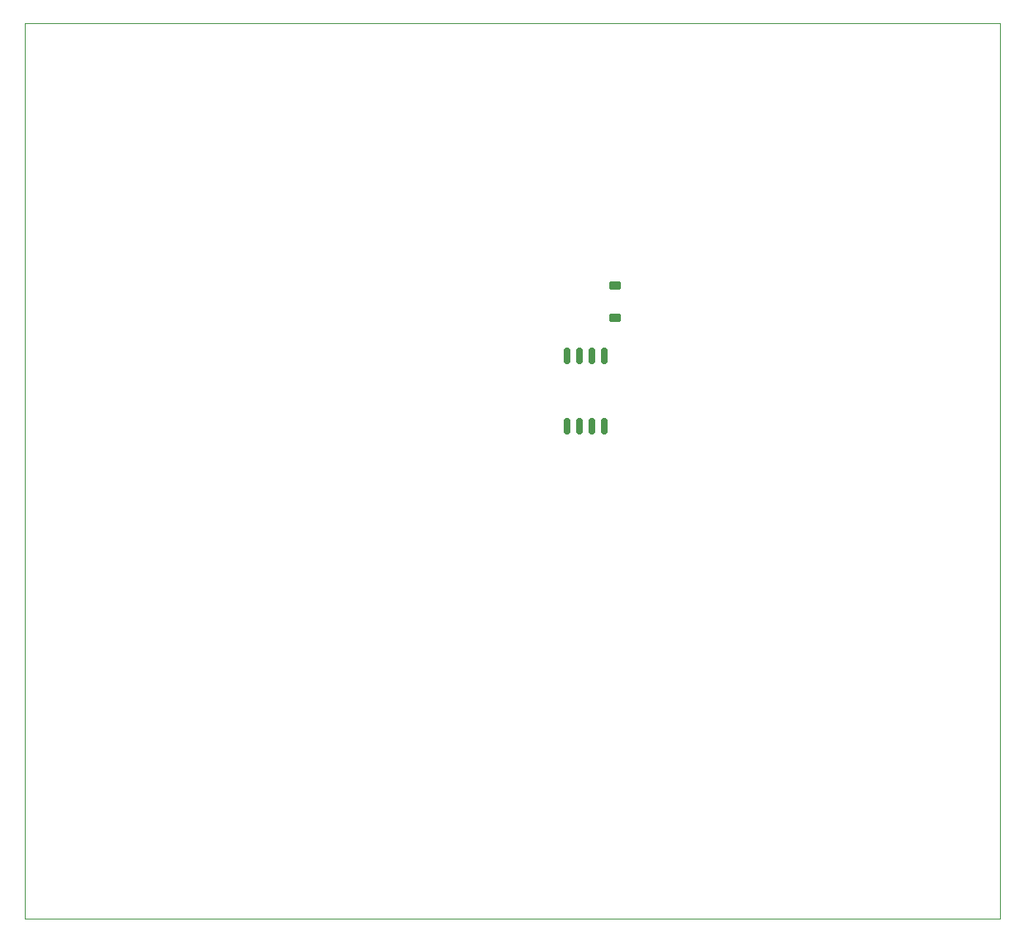
<source format=gtp>
G04 #@! TF.GenerationSoftware,KiCad,Pcbnew,9.0.4*
G04 #@! TF.CreationDate,2025-11-02T00:00:01-05:00*
G04 #@! TF.ProjectId,ece_445_low_power_stripped,6563655f-3434-4355-9f6c-6f775f706f77,rev?*
G04 #@! TF.SameCoordinates,Original*
G04 #@! TF.FileFunction,Paste,Top*
G04 #@! TF.FilePolarity,Positive*
%FSLAX46Y46*%
G04 Gerber Fmt 4.6, Leading zero omitted, Abs format (unit mm)*
G04 Created by KiCad (PCBNEW 9.0.4) date 2025-11-02 00:00:01*
%MOMM*%
%LPD*%
G01*
G04 APERTURE LIST*
G04 Aperture macros list*
%AMRoundRect*
0 Rectangle with rounded corners*
0 $1 Rounding radius*
0 $2 $3 $4 $5 $6 $7 $8 $9 X,Y pos of 4 corners*
0 Add a 4 corners polygon primitive as box body*
4,1,4,$2,$3,$4,$5,$6,$7,$8,$9,$2,$3,0*
0 Add four circle primitives for the rounded corners*
1,1,$1+$1,$2,$3*
1,1,$1+$1,$4,$5*
1,1,$1+$1,$6,$7*
1,1,$1+$1,$8,$9*
0 Add four rect primitives between the rounded corners*
20,1,$1+$1,$2,$3,$4,$5,0*
20,1,$1+$1,$4,$5,$6,$7,0*
20,1,$1+$1,$6,$7,$8,$9,0*
20,1,$1+$1,$8,$9,$2,$3,0*%
G04 Aperture macros list end*
%ADD10RoundRect,0.162500X0.162500X-0.650000X0.162500X0.650000X-0.162500X0.650000X-0.162500X-0.650000X0*%
%ADD11RoundRect,0.225000X-0.375000X0.225000X-0.375000X-0.225000X0.375000X-0.225000X0.375000X0.225000X0*%
G04 #@! TA.AperFunction,Profile*
%ADD12C,0.050000*%
G04 #@! TD*
G04 APERTURE END LIST*
D10*
X169095000Y-79269500D03*
X170365000Y-79269500D03*
X171635000Y-79269500D03*
X172905000Y-79269500D03*
X172905000Y-72094500D03*
X171635000Y-72094500D03*
X170365000Y-72094500D03*
X169095000Y-72094500D03*
D11*
X174000000Y-64880000D03*
X174000000Y-68180000D03*
D12*
X113614000Y-38011000D02*
X213360000Y-38011000D01*
X213360000Y-129629000D01*
X113614000Y-129629000D01*
X113614000Y-38011000D01*
M02*

</source>
